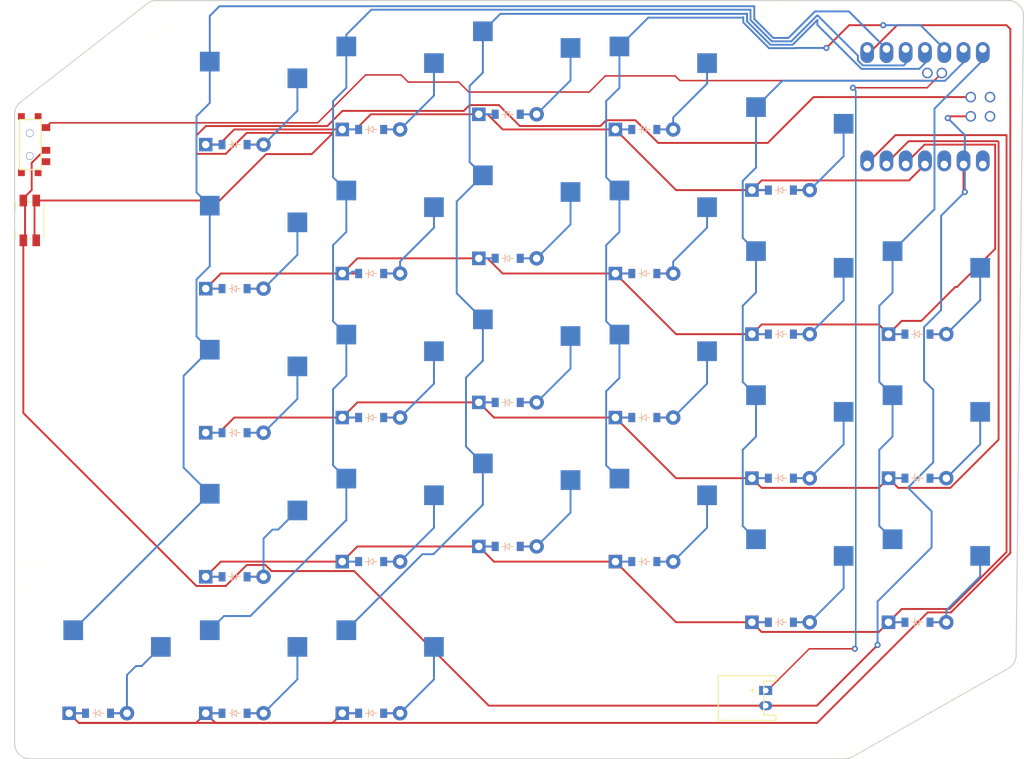
<source format=kicad_pcb>
(kicad_pcb (version 20240108) (generator "pcbnew") (generator_version "8.0")
  (title_block (title "right") (rev "v1.0.0") (company "Unknown"))
  (layers (0 "F.Cu" signal) (31 "B.Cu" signal) (34 "B.Paste" user) (35 "F.Paste" user) (36 "B.SilkS" user "B.Silkscreen") (37 "F.SilkS" user "F.Silkscreen") (38 "B.Mask" user) (39 "F.Mask" user) (44 "Edge.Cuts" user))
  (net 0 "")
  (net 1 "P0")
  (net 2 "mirror_outer_bottom")
  (net 3 "mirror_outer_middle")
  (net 4 "mirror_outer_top")
  (net 5 "P1")
  (net 6 "mirror_pinky_bottom")
  (net 7 "mirror_pinky_middle")
  (net 8 "mirror_pinky_top")
  (net 9 "mirror_pinky_num")
  (net 10 "P2")
  (net 11 "mirror_ring_bottom")
  (net 12 "mirror_ring_middle")
  (net 13 "mirror_ring_top")
  (net 14 "mirror_ring_num")
  (net 15 "P3")
  (net 16 "mirror_middle_bottom")
  (net 17 "mirror_middle_middle")
  (net 18 "mirror_middle_top")
  (net 19 "mirror_middle_num")
  (net 20 "P4")
  (net 21 "mirror_index_bottom")
  (net 22 "mirror_index_middle")
  (net 23 "mirror_index_top")
  (net 24 "mirror_index_num")
  (net 25 "P5")
  (net 26 "mirror_inner_bottom")
  (net 27 "mirror_inner_middle")
  (net 28 "mirror_inner_top")
  (net 29 "mirror_inner_num")
  (net 30 "mirror_inner_cluster")
  (net 31 "mirror_middle_cluster")
  (net 32 "mirror_outer_cluster")
  (net 33 "P7")
  (net 34 "P8")
  (net 35 "P9")
  (net 36 "P10")
  (net 37 "P6")
  (net 38 "VCC5")
  (net 39 "GND")
  (net 40 "VCC3")
  (net 41 "RST")
  (net 42 "BAT+")
  (net 43 "BAT-")
  (net 44 "CLK")
  (net 45 "DIO")
  (footprint "E73:SPDT_C128955" (layer "F.Cu") (at 253 92 90)
    (property "Reference" "T1" (hide yes))
    (property "Value" "" (hide yes))
  )
  (footprint "PG1350" (layer "F.Cu") (at 334 142)
    (property "Reference" "S8" (hide yes))
    (property "Value" "" (hide yes))
  )
  (footprint "PG1350" (layer "F.Cu") (at 334 123)
    (property "Reference" "S9" (hide yes))
    (property "Value" "" (hide yes))
  )
  (footprint "PG1350" (layer "F.Cu") (at 316 102)
    (property "Reference" "S14" (hide yes))
    (property "Value" "" (hide yes))
  )
  (footprint "ComboDiode" (layer "F.Cu") (at 370 136)
    (property "Reference" "D2" (hide yes))
    (property "Value" "" (hide yes))
  )
  (footprint "PG1350" (layer "F.Cu") (at 370 131)
    (property "Reference" "S2" (hide yes))
    (property "Value" "" (hide yes))
  )
  (footprint "PG1350" (layer "F.Cu") (at 334 85)
    (property "Reference" "S11" (hide yes))
    (property "Value" "" (hide yes))
  )
  (footprint "ComboDiode" (layer "F.Cu") (at 352 155)
    (property "Reference" "D4" (hide yes))
    (property "Value" "" (hide yes))
  )
  (footprint "ComboDiode" (layer "F.Cu") (at 352 98)
    (property "Reference" "D7" (hide yes))
    (property "Value" "" (hide yes))
  )
  (footprint "JST_PH_S2B-PH-K_02x2.00mm_Angled" (layer "F.Cu") (at 350 165 -90)
    (property "Reference" "JST1" (hide yes))
    (property "Value" "" (hide yes))
  )
  (footprint "ComboDiode" (layer "F.Cu") (at 334 90)
    (property "Reference" "D11" (hide yes))
    (property "Value" "" (hide yes))
  )
  (footprint "ComboDiode" (layer "F.Cu") (at 280 130)
    (property "Reference" "D21" (hide yes))
    (property "Value" "" (hide yes))
  )
  (footprint "PG1350" (layer "F.Cu") (at 262 162)
    (property "Reference" "S26" (hide yes))
    (property "Value" "" (hide yes))
  )
  (footprint "ComboDiode" (layer "F.Cu") (at 280 111)
    (property "Reference" "D22" (hide yes))
    (property "Value" "" (hide yes))
  )
  (footprint "PG1350" (layer "F.Cu") (at 352 131)
    (property "Reference" "S5" (hide yes))
    (property "Value" "" (hide yes))
  )
  (footprint "ComboDiode" (layer "F.Cu") (at 298 147)
    (property "Reference" "D16" (hide yes))
    (property "Value" "" (hide yes))
  )
  (footprint "ComboDiode" (layer "F.Cu") (at 298 90)
    (property "Reference" "D19" (hide yes))
    (property "Value" "" (hide yes))
  )
  (footprint "PG1350" (layer "F.Cu") (at 316 83)
    (property "Reference" "S15" (hide yes))
    (property "Value" "" (hide yes))
  )
  (footprint "PG1350" (layer "F.Cu") (at 334 104)
    (property "Reference" "S10" (hide yes))
    (property "Value" "" (hide yes))
  )
  (footprint "ComboDiode" (layer "F.Cu") (at 298 128)
    (property "Reference" "D17" (hide yes))
    (property "Value" "" (hide yes))
  )
  (footprint "ComboDiode" (layer "F.Cu") (at 352 136)
    (property "Reference" "D5" (hide yes))
    (property "Value" "" (hide yes))
  )
  (footprint "PG1350" (layer "F.Cu") (at 298 162)
    (property "Reference" "S24" (hide yes))
    (property "Value" "" (hide yes))
  )
  (footprint "ComboDiode" (layer "F.Cu") (at 280 149)
    (property "Reference" "D20" (hide yes))
    (property "Value" "" (hide yes))
  )
  (footprint "ComboDiode" (layer "F.Cu") (at 298 167)
    (property "Reference" "D24" (hide yes))
    (property "Value" "" (hide yes))
  )
  (footprint "ComboDiode" (layer "F.Cu") (at 280 92)
    (property "Reference" "D23" (hide yes))
    (property "Value" "" (hide yes))
  )
  (footprint "PG1350" (layer "F.Cu") (at 298 123)
    (property "Reference" "S17" (hide yes))
    (property "Value" "" (hide yes))
  )
  (footprint "PG1350" (layer "F.Cu") (at 316 121)
    (property "Reference" "S13" (hide yes))
    (property "Value" "" (hide yes))
  )
  (footprint "ComboDiode" (layer "F.Cu") (at 262 167)
    (property "Reference" "D26" (hide yes))
    (property "Value" "" (hide yes))
  )
  (footprint "PG1350" (layer "F.Cu") (at 280 87)
    (property "Reference" "S23" (hide yes))
    (property "Value" "" (hide yes))
  )
  (footprint "PG1350" (layer "F.Cu") (at 352 93)
    (property "Reference" "S7" (hide yes))
    (property "Value" "" (hide yes))
  )
  (footprint "ComboDiode" (layer "F.Cu") (at 280 167)
    (property "Reference" "D25" (hide yes))
    (property "Value" "" (hide yes))
  )
  (footprint "PG1350" (layer "F.Cu") (at 298 104)
    (property "Reference" "S18" (hide yes))
    (property "Value" "" (hide yes))
  )
  (footprint "HOLE_M2_TH" (layer "F.Cu") (at 360 170.5)
    (property "Reference" "")
    (property "Value" "")
  )
  (footprint "PG1350" (layer "F.Cu") (at 280 162)
    (property "Reference" "S25" (hide yes))
    (property "Value" "" (hide yes))
  )
  (footprint "PG1350" (layer "F.Cu") (at 370 112)
    (property "Reference" "S3" (hide yes))
    (property "Value" "" (hide yes))
  )
  (footprint "xiao-ble" (layer "F.Cu") (at 371 87 -90)
    (property "Reference" "MCU1" (hide yes))
    (property "Value" "" (hide yes))
  )
  (footprint "PG1350" (layer "F.Cu") (at 280 106)
    (property "Reference" "S22" (hide yes))
    (property "Value" "" (hide yes))
  )
  (footprint "PG1350" (layer "F.Cu") (at 280 125)
    (property "Reference" "S21" (hide yes))
    (property "Value" "" (hide yes))
  )
  (footprint "ComboDiode" (layer "F.Cu") (at 370 117)
    (property "Reference" "D3" (hide yes))
    (property "Value" "" (hide yes))
  )
  (footprint "HOLE_M2_TH" (layer "F.Cu") (at 253.5 149)
    (property "Reference" "")
    (property "Value" "")
  )
  (footprint "PG1350" (layer "F.Cu") (at 298 142)
    (property "Reference" "S16" (hide yes))
    (property "Value" "" (hide yes))
  )
  (footprint "ComboDiode" (layer "F.Cu") (at 334 109)
    (property "Reference" "D10" (hide yes))
    (property "Value" "" (hide yes))
  )
  (footprint "ComboDiode" (layer "F.Cu") (at 334 147)
    (property "Reference" "D8" (hide yes))
    (property "Value" "" (hide yes))
  )
  (footprint "PG1350" (layer "F.Cu") (at 316 140)
    (property "Reference" "S12" (hide yes))
    (property "Value" "" (hide yes))
  )
  (footprint "PG1350" (layer "F.Cu") (at 298 85)
    (property "Reference" "S19" (hide yes))
    (property "Value" "" (hide yes))
  )
  (footprint "ComboDiode" (layer "F.Cu") (at 316 126)
    (property "Reference" "D13" (hide yes))
    (property "Value" "" (hide yes))
  )
  (footprint "ComboDiode" (layer "F.Cu") (at 334 128)
    (property "Reference" "D9" (hide yes))
    (property "Value" "" (hide yes))
  )
  (footprint "ComboDiode" (layer "F.Cu") (at 370 155)
    (property "Reference" "D1" (hide yes))
    (property "Value" "" (hide yes))
  )
  (footprint "PG1350" (layer "F.Cu") (at 280 144)
    (property "Reference" "S20" (hide yes))
    (property "Value" "" (hide yes))
  )
  (footprint "ComboDiode" (layer "F.Cu") (at 316 88)
    (property "Reference" "D15" (hide yes))
    (property "Value" "" (hide yes))
  )
  (footprint "ComboDiode" (layer "F.Cu") (at 316 145)
    (property "Reference" "D12" (hide yes))
    (property "Value" "" (hide yes))
  )
  (footprint "PG1350" (layer "F.Cu") (at 352 150)
    (property "Reference" "S4" (hide yes))
    (property "Value" "" (hide yes))
  )
  (footprint "PG1350" (layer "F.Cu") (at 352 112)
    (property "Reference" "S6" (hide yes))
    (property "Value" "" (hide yes))
  )
  (footprint "ComboDiode" (layer "F.Cu") (at 298 109)
    (property "Reference" "D18" (hide yes))
    (property "Value" "" (hide yes))
  )
  (footprint "Panasonic_EVQPUL_EVQPUC" (layer "F.Cu") (at 253 102 90)
    (property "Reference" "B1" (hide yes))
    (property "Value" "Panasonic_EVQPUL_EVQPUC" (hide yes))
  )
  (footprint "PG1350" (layer "F.Cu") (at 370 150)
    (property "Reference" "S1" (hide yes))
    (property "Value" "" (hide yes))
  )
  (footprint "HOLE_M2_TH" (layer "F.Cu") (at 270 75.5)
    (property "Reference" "")
    (property "Value" "")
  )
  (footprint "ComboDiode" (layer "F.Cu") (at 352 117)
    (property "Reference" "D6" (hide yes))
    (property "Value" "" (hide yes))
  )
  (footprint "ComboDiode" (layer "F.Cu") (at 316 107)
    (property "Reference" "D14" (hide yes))
    (property "Value" "" (hide yes))
  )
  (footprint "HOLE_M2_TH" (layer "F.Cu") (at 352 75.5)
    (property "Reference" "")
    (property "Value" "")
  )
  (gr_arc (start 268.458334 73.421296) (mid 269.037142 73.108254) (end 269.686215 73) (stroke (width 0.15)) (layer "Edge.Cuts"))
  (gr_arc (start 253 173) (mid 251.585786 172.414214) (end 251 171) (stroke (width 0.15)) (layer "Edge.Cuts"))
  (gr_line (start 268.458334 73.421296) (end 251.772119 86.399463) (stroke (width 0.15)) (layer "Edge.Cuts"))
  (gr_arc (start 381.977012 72.999999) (mid 383.399284 73.59389) (end 383.976882 75.022856) (stroke (width 0.15)) (layer "Edge.Cuts"))
  (gr_line (start 269.686215 73) (end 381.977012 73) (stroke (width 0.15)) (layer "Edge.Cuts"))
  (gr_line (start 251 87.978168) (end 251 171) (stroke (width 0.15)) (layer "Edge.Cuts"))
  (gr_arc (start 383.013126 159.351399) (mid 382.736069 160.344377) (end 382.001276 161.067457) (stroke (width 0.15)) (layer "Edge.Cuts"))
  (gr_arc (start 251 87.978167) (mid 251.20337 87.099464) (end 251.772119 86.399463) (stroke (width 0.15)) (layer "Edge.Cuts"))
  (gr_line (start 253 173) (end 360.471494 173) (stroke (width 0.15)) (layer "Edge.Cuts"))
  (gr_line (start 361.459513 172.738913) (end 382.001276 161.067457) (stroke (width 0.15)) (layer "Edge.Cuts"))
  (gr_arc (start 361.459513 172.738913) (mid 360.982461 172.933627) (end 360.471494 173) (stroke (width 0.15)) (layer "Edge.Cuts"))
  (gr_line (start 383.013127 159.351399) (end 383.976882 75.022856) (stroke (width 0.15)) (layer "Edge.Cuts"))
  (segment (start 364.976 142.301) (end 366.725 144.05) (width 0.25) (layer "B.Cu") (net 1))
  (segment (start 364.976 113.257684) (end 364.976 123.301) (width 0.25) (layer "B.Cu") (net 1))
  (segment (start 372.25 87.25) (end 378.62 80.88) (width 0.25) (layer "B.Cu") (net 1))
  (segment (start 366.725 130.508684) (end 364.976 132.257684) (width 0.25) (layer "B.Cu") (net 1))
  (segment (start 378.62 80.88) (end 378.62 79.38) (width 0.25) (layer "B.Cu") (net 1))
  (segment (start 364.976 132.257684) (end 364.976 142.301) (width 0.25) (layer "B.Cu") (net 1))
  (segment (start 366.725 106.05) (end 366.725 111.508684) (width 0.25) (layer "B.Cu") (net 1))
  (segment (start 366.725 106.05) (end 372.25 100.525) (width 0.25) (layer "B.Cu") (net 1))
  (segment (start 366.725 111.508684) (end 364.976 113.257684) (width 0.25) (layer "B.Cu") (net 1))
  (segment (start 366.725 125.05) (end 366.725 130.508684) (width 0.25) (layer "B.Cu") (net 1))
  (segment (start 372.25 100.525) (end 372.25 87.25) (width 0.25) (layer "B.Cu") (net 1))
  (segment (start 364.976 123.301) (end 366.725 125.05) (width 0.25) (layer "B.Cu") (net 1))
  (segment (start 371.65 155) (end 373.81 155) (width 0.25) (layer "F.Cu") (net 2))
  (segment (start 373.81 155) (end 371.65 155) (width 0.25) (layer "B.Cu") (net 2))
  (segment (start 373.81 153.423684) (end 373.81 155) (width 0.25) (layer "B.Cu") (net 2))
  (segment (start 378.275 148.958684) (end 373.81 153.423684) (width 0.25) (layer "B.Cu") (net 2))
  (segment (start 378.275 146.25) (end 378.275 148.958684) (width 0.25) (layer "B.Cu") (net 2))
  (segment (start 371.65 136) (end 373.81 136) (width 0.25) (layer "F.Cu") (net 3))
  (segment (start 378.275 127.25) (end 378.275 131.535) (width 0.25) (layer "B.Cu") (net 3))
  (segment (start 371.65 136) (end 373.81 136) (width 0.25) (layer "B.Cu") (net 3))
  (segment (start 378.275 131.535) (end 373.81 136) (width 0.25) (layer "B.Cu") (net 3))
  (segment (start 371.65 117) (end 373.81 117) (width 0.25) (layer "F.Cu") (net 4))
  (segment (start 378.275 108.25) (end 378.275 112.535) (width 0.25) (layer "B.Cu") (net 4))
  (segment (start 371.65 117) (end 373.81 117) (width 0.25) (layer "B.Cu") (net 4))
  (segment (start 378.275 112.535) (end 373.81 117) (width 0.25) (layer "B.Cu") (net 4))
  (segment (start 348.725 106.05) (end 348.725 111.508684) (width 0.25) (layer "B.Cu") (net 5))
  (segment (start 376.08 81.144448) (end 376.08 79.38) (width 0.25) (layer "B.Cu") (net 5))
  (segment (start 346.976 113.257684) (end 346.976 123.301) (width 0.25) (layer "B.Cu") (net 5))
  (segment (start 346.976 96.786) (end 346.976 104.301) (width 0.25) (layer "B.Cu") (net 5))
  (segment (start 348.725 87.05) (end 348.725 95.037) (width 0.25) (layer "B.Cu") (net 5))
  (segment (start 346.976 142.301) (end 348.725 144.05) (width 0.25) (layer "B.Cu") (net 5))
  (segment (start 352.1965 83.5785) (end 373.645948 83.5785) (width 0.25) (layer "B.Cu") (net 5))
  (segment (start 348.725 95.037) (end 346.976 96.786) (width 0.25) (layer "B.Cu") (net 5))
  (segment (start 348.725 130.508684) (end 346.976 132.257684) (width 0.25) (layer "B.Cu") (net 5))
  (segment (start 348.725 111.508684) (end 346.976 113.257684) (width 0.25) (layer "B.Cu") (net 5))
  (segment (start 346.976 123.301) (end 348.725 125.05) (width 0.25) (layer "B.Cu") (net 5))
  (segment (start 348.725 125.05) (end 348.725 130.508684) (width 0.25) (layer "B.Cu") (net 5))
  (segment (start 348.725 87.05) (end 352.1965 83.5785) (width 0.25) (layer "B.Cu") (net 5))
  (segment (start 373.645948 83.5785) (end 376.08 81.144448) (width 0.25) (layer "B.Cu") (net 5))
  (segment (start 346.976 132.257684) (end 346.976 142.301) (width 0.25) (layer "B.Cu") (net 5))
  (segment (start 346.976 104.301) (end 348.725 106.05) (width 0.25) (layer "B.Cu") (net 5))
  (segment (start 353.65 155) (end 355.81 155) (width 0.25) (layer "F.Cu") (net 6))
  (segment (start 360.275 150.535) (end 355.81 155) (width 0.25) (layer "B.Cu") (net 6))
  (segment (start 353.65 155) (end 355.81 155) (width 0.25) (layer "B.Cu") (net 6))
  (segment (start 360.275 146.25) (end 360.275 150.535) (width 0.25) (layer "B.Cu") (net 6))
  (segment (start 353.65 136) (end 355.81 136) (width 0.25) (layer "F.Cu") (net 7))
  (segment (start 360.275 131.535) (end 355.81 136) (width 0.25) (layer "B.Cu") (net 7))
  (segment (start 355.81 136) (end 353.65 136) (width 0.25) (layer "B.Cu") (net 7))
  (segment (start 360.275 127.25) (end 360.275 131.535) (width 0.25) (layer "B.Cu") (net 7))
  (segment (start 353.65 117) (end 355.81 117) (width 0.25) (layer "F.Cu") (net 8))
  (segment (start 360.275 108.25) (end 360.275 112.535) (width 0.25) (layer "B.Cu") (net 8))
  (segment (start 360.275 112.535) (end 355.81 117) (width 0.25) (layer "B.Cu") (net 8))
  (segment (start 353.65 117) (end 355.81 117) (width 0.25) (layer "B.Cu") (net 8))
  (segment (start 353.65 98) (end 355.81 98) (width 0.25) (layer "F.Cu") (net 9))
  (segment (start 360.275 89.25) (end 360.275 93.535) (width 0.25) (layer "B.Cu") (net 9))
  (segment (start 360.275 93.535) (end 355.81 98) (width 0.25) (layer "B.Cu") (net 9))
  (segment (start 353.65 98) (end 355.81 98) (width 0.25) (layer "B.Cu") (net 9))
  (segment (start 361 76.25) (end 365.5 76.25) (width 0.25) (layer "F.Cu") (net 10))
  (segment (start 358 79.25) (end 361 76.25) (width 0.25) (layer "F.Cu") (net 10))
  (via (at 358 79.25) (size 0.8) (drill 0.4) (layers "F.Cu" "B.Cu") (net 10))
  (via (at 365.5 76.25) (size 0.8) (drill 0.4) (layers "F.Cu" "B.Cu") (net 10))
  (segment (start 328.976 134.301) (end 330.725 136.05) (width 0.25) (layer "B.Cu") (net 10))
  (segment (start 330.725 84.508684) (end 328.976 86.257684) (width 0.25) (layer "B.Cu") (net 10))
  (segment (start 350.436344 79.275) (end 353.975 79.275) (width 0.25) (layer "B.Cu") (net 10))
  (segment (start 330.725 103.508684) (end 328.976 105.257684) (width 0.25) (layer "B.Cu") (net 10))
  (segment (start 358 79.25) (end 358.25 79.25) (width 0.25) (layer "B.Cu") (net 10))
  (segment (start 328.976 86.257684) (end 328.976 96.301) (width 0.25) (layer "B.Cu") (net 10))
  (segment (start 328.976 124.524) (end 328.976 134.301) (width 0.25) (layer "B.Cu") (net 10))
  (segment (start 330.725 117.05) (end 330.725 122.775) (width 0.25) (layer "B.Cu") (net 10))
  (segment (start 347.05 75.888656) (end 350.436344 79.275) (width 0.25) (layer "B.Cu") (net 10))
  (segment (start 334.525 75.25) (end 347 75.25) (width 0.25) (layer "B.Cu") (net 10))
  (segment (start 328.976 115.301) (end 330.725 117.05) (width 0.25) (layer "B.Cu") (net 10))
  (segment (start 347.05 75.2) (end 347.05 75.888656) (width 0.25) (layer "B.Cu") (net 10))
  (segment (start 353.975 79.275) (end 354 79.25) (width 0.25) (layer "B.Cu") (net 10))
  (segment (start 328.976 96.301) (end 330.725 98.05) (width 0.25) (layer "B.Cu") (net 10))
  (segment (start 330.725 79.05) (end 330.725 84.508684) (width 0.25) (layer "B.Cu") (net 10))
  (segment (start 328.976 105.257684) (end 328.976 115.301) (width 0.25) (layer "B.Cu") (net 10))
  (segment (start 370.41 76.25) (end 365.5 76.25) (width 0.25) (layer "B.Cu") (net 10))
  (segment (start 330.725 79.05) (end 334.525 75.25) (width 0.25) (layer "B.Cu") (net 10))
  (segment (start 330.725 122.775) (end 328.976 124.524) (width 0.25) (layer "B.Cu") (net 10))
  (segment (start 347 75.25) (end 347.05 75.2) (width 0.25) (layer "B.Cu") (net 10))
  (segment (start 330.725 98.05) (end 330.725 103.508684) (width 0.25) (layer "B.Cu") (net 10))
  (segment (start 354 79.25) (end 358 79.25) (width 0.25) (layer "B.Cu") (net 10))
  (segment (start 373.54 79.38) (end 370.41 76.25) (width 0.25) (layer "B.Cu") (net 10))
  (segment (start 335.65 147) (end 337.81 147) (width 0.25) (layer "F.Cu") (net 11))
  (segment (start 342.275 138.25) (end 342.275 142.535) (width 0.25) (layer "B.Cu") (net 11))
  (segment (start 342.275 142.535) (end 337.81 147) (width 0.25) (layer "B.Cu") (net 11))
  (segment (start 335.65 147) (end 337.81 147) (width 0.25) (layer "B.Cu") (net 11))
  (segment (start 335.65 128) (end 337.81 128) (width 0.25) (layer "F.Cu") (net 12))
  (segment (start 342.275 123.535) (end 337.81 128) (width 0.25) (layer "B.Cu") (net 12))
  (segment (start 335.65 128) (end 337.81 128) (width 0.25) (layer "B.Cu") (net 12))
  (segment (start 342.275 119.25) (end 342.275 123.535) (width 0.25) (layer "B.Cu") (net 12))
  (segment (start 335.65 109) (end 337.81 109) (width 0.25) (layer "F.Cu") (net 13))
  (segment (start 335.65 109) (end 337.81 109) (width 0.25) (layer "B.Cu") (net 13))
  (segment (start 342.275 100.25) (end 342.275 102.958684) (width 0.25) (layer "B.Cu") (net 13))
  (segment (start 337.81 107.423684) (end 337.81 109) (width 0.25) (layer "B.Cu") (net 13))
  (segment (start 342.275 102.958684) (end 337.81 107.423684) (width 0.25) (layer "B.Cu") (net 13))
  (segment (start 335.65 90) (end 337.81 90) (width 0.25) (layer "F.Cu") (net 14))
  (segment (start 342.275 81.25) (end 342.275 83.958684) (width 0.25) (layer "B.Cu") (net 14))
  (segment (start 337.81 88.423684) (end 337.81 90) (width 0.25) (layer "B.Cu") (net 14))
  (segment (start 342.275 83.958684) (end 337.81 88.423684) (width 0.25) (layer "B.Cu") (net 14))
  (segment (start 335.65 90) (end 337.81 90) (width 0.25) (layer "B.Cu") (net 14))
  (segment (start 350.62274 78.825) (end 353.561396 78.825) (width 0.25) (layer "B.Cu") (net 15))
  (segment (start 356.818198 75.568198) (end 356.818198 76.204594) (width 0.25) (layer "B.Cu") (net 15))
  (segment (start 310.976 84.257684) (end 310.976 94.301) (width 0.25) (layer "B.Cu") (net 15))
  (segment (start 312.725 120.508684) (end 312.725 115.05) (width 0.25) (layer "B.Cu") (net 15))
  (segment (start 312.725 77.05) (end 312.725 82.508684) (width 0.25) (layer "B.Cu") (net 15))
  (segment (start 312.725 115.05) (end 309.2741 111.5991) (width 0.25) (layer "B.Cu") (net 15))
  (segment (start 353.561396 78.825) (end 356.818198 75.568198) (width 0.25) (layer "B.Cu") (net 15))
  (segment (start 294.725 156.05) (end 304.75 146.025) (width 0.25) (layer "B.Cu") (net 15))
  (segment (start 310.976 94.301) (end 312.725 96.05) (width 0.25) (layer "B.Cu") (net 15))
  (segment (start 315.025 74.75) (end 347.55 74.75) (width 0.25) (layer "B.Cu") (net 15))
  (segment (start 310.5 122.733684) (end 312.725 120.508684) (width 0.25) (layer "B.Cu") (net 15))
  (segment (start 312.725 77.05) (end 315.025 74.75) (width 0.25) (layer "B.Cu") (net 15))
  (segment (start 304.75 146.025) (end 306.208684 146.025) (width 0.25) (layer "B.Cu") (net 15))
  (segment (start 306.208684 146.025) (end 312.725 139.508684) (width 0.25) (layer "B.Cu") (net 15))
  (segment (start 312.725 139.508684) (end 312.725 134.05) (width 0.25) (layer "B.Cu") (net 15))
  (segment (start 309.2741 99.5009) (end 312.725 96.05) (width 0.25) (layer "B.Cu") (net 15))
  (segment (start 347.55 75.75226) (end 350.62274 78.825) (width 0.25) (layer "B.Cu") (net 15))
  (segment (start 309.2741 111.5991) (end 309.2741 99.5009) (width 0.25) (layer "B.Cu") (net 15))
  (segment (start 312.725 134.05) (end 310.5 131.825) (width 0.25) (layer "B.Cu") (net 15))
  (segment (start 362.618604 82.005) (end 370.245 82.005) (width 0.25) (layer "B.Cu") (net 15))
  (segment (start 310.5 131.825) (end 310.5 122.733684) (width 0.25) (layer "B.Cu") (net 15))
  (segment (start 347.55 74.75) (end 347.55 75.75226) (width 0.25) (layer "B.Cu") (net 15))
  (segment (start 370.245 82.005) (end 371 81.25) (width 0.25) (layer "B.Cu") (net 15))
  (segment (start 371 81.25) (end 371 79.38) (width 0.25) (layer "B.Cu") (net 15))
  (segment (start 312.725 82.508684) (end 310.976 84.257684) (width 0.25) (layer "B.Cu") (net 15))
  (segment (start 356.818198 76.204594) (end 362.618604 82.005) (width 0.25) (layer "B.Cu") (net 15))
  (segment (start 317.65 145) (end 319.81 145) (width 0.25) (layer "F.Cu") (net 16))
  (segment (start 324.275 140.535) (end 319.81 145) (width 0.25) (layer "B.Cu") (net 16))
  (segment (start 324.275 136.25) (end 324.275 140.535) (width 0.25) (layer "B.Cu") (net 16))
  (segment (start 317.65 145) (end 319.81 145) (width 0.25) (layer "B.Cu") (net 16))
  (segment (start 317.65 126) (end 319.81 126) (width 0.25) (layer "F.Cu") (net 17))
  (segment (start 324.275 117.25) (end 324.275 121.535) (width 0.25) (layer "B.Cu") (net 17))
  (segment (start 317.65 126) (end 319.81 126) (width 0.25) (layer "B.Cu") (net 17))
  (segment (start 324.275 121.535) (end 319.81 126) (width 0.25) (layer "B.Cu") (net 17))
  (segment (start 317.65 107) (end 319.81 107) (width 0.25) (layer "F.Cu") (net 18))
  (segment (start 324.275 102.535) (end 319.81 107) (width 0.25) (layer "B.Cu") (net 18))
  (segment (start 324.275 98.25) (end 324.275 102.535) (width 0.25) (layer "B.Cu") (net 18))
  (segment (start 317.65 107) (end 319.81 107) (width 0.25) (layer "B.Cu") (net 18))
  (segment (start 317.65 88) (end 319.81 88) (width 0.25) (layer "F.Cu") (net 19))
  (segment (start 319.81 88) (end 324.275 83.535) (width 0.25) (layer "B.Cu") (net 19))
  (segment (start 317.65 88) (end 319.81 88) (width 0.25) (layer "B.Cu") (net 19))
  (segment (start 324.275 83.535) (end 324.275 79.25) (width 0.25) (layer "B.Cu") (net 19))
  (segment (start 294.725 103.508684) (end 292.976 105.257684) (width 0.25) (layer "B.Cu") (net 20))
  (segment (start 298.025 74.2) (end 348 74.2) (width 0.25) (layer "B.Cu") (net 20))
  (segment (start 348 74.2) (end 348 75.565864) (width 0.25) (layer "B.Cu") (net 20))
  (segment (start 356.75 75) (end 356.886396 75) (width 0.25) (layer "B.Cu") (net 20))
  (segment (start 356.886396 75) (end 362.155 80.268604) (width 0.25) (layer "B.Cu") (net 20))
  (segment (start 368.195 81.555) (end 368.46 81.29) (width 0.25) (layer "B.Cu") (net 20))
  (segment (start 368.46 81.29) (end 368.46 79.38) (width 0.25) (layer "B.Cu") (net 20))
  (segment (start 278.6 154.175) (end 276.725 156.05) (width 0.25) (layer "B.Cu") (net 20))
  (segment (start 362.805 81.555) (end 368.195 81.555) (width 0.25) (layer "B.Cu") (net 20))
  (segment (start 294.725 79.05) (end 294.725 84.508684) (width 0.25) (layer "B.Cu") (net 20))
  (segment (start 348 75.565864) (end 350.809136 78.375) (width 0.25) (layer "B.Cu") (net 20))
  (segment (start 292.976 124.257684) (end 292.976 134.301) (width 0.25) (layer "B.Cu") (net 20))
  (segment (start 294.725 141.525) (end 282.075 154.175) (width 0.25) (layer "B.Cu") (net 20))
  (segment (start 294.725 136.05) (end 294.725 141.525) (width 0.25) (layer "B.Cu") (net 20))
  (segment (start 282.075 154.175) (end 278.6 154.175) (width 0.25) (layer "B.Cu") (net 20))
  (segment (start 294.725 84.508684) (end 292.976 86.257684) (width 0.25) (layer "B.Cu") (net 20))
  (segment (start 294.725 98.05) (end 294.725 103.508684) (width 0.25) (layer "B.Cu") (net 20))
  (segment (start 350.809136 78.375) (end 353.375 78.375) (width 0.25) (layer "B.Cu") (net 20))
  (segment (start 362.155 80.268604) (end 362.155 80.905) (width 0.25) (layer "B.Cu") (net 20))
  (segment (start 353.375 78.375) (end 356.75 75) (width 0.25) (layer "B.Cu") (net 20))
  (segment (start 292.976 96.301) (end 294.725 98.05) (width 0.25) (layer "B.Cu") (net 20))
  (segment (start 294.725 122.508684) (end 292.976 124.257684) (width 0.25) (layer "B.Cu") (net 20))
  (segment (start 292.976 86.257684) (end 292.976 96.301) (width 0.25) (layer "B.Cu") (net 20))
  (segment (start 292.976 134.301) (end 294.725 136.05) (width 0.25) (layer "B.Cu") (net 20))
  (segment (start 294.725 117.05) (end 294.725 122.508684) (width 0.25) (layer "B.Cu") (net 20))
  (segment (start 362.155 80.905) (end 362.805 81.555) (width 0.25) (layer "B.Cu") (net 20))
  (segment (start 294.725 79.05) (end 294.725 77.5) (width 0.25) (layer "B.Cu") (net 20))
  (segment (start 292.976 105.257684) (end 292.976 115.301) (width 0.25) (layer "B.Cu") (net 20))
  (segment (start 292.976 115.301) (end 294.725 117.05) (width 0.25) (layer "B.Cu") (net 20))
  (segment (start 294.725 77.5) (end 298.025 74.2) (width 0.25) (layer "B.Cu") (net 20))
  (segment (start 299.65 147) (end 301.81 147) (width 0.25) (layer "F.Cu") (net 21))
  (segment (start 299.65 147) (end 301.81 147) (width 0.25) (layer "B.Cu") (net 21))
  (segment (start 306.275 142.535) (end 301.81 147) (width 0.25) (layer "B.Cu") (net 21))
  (segment (start 306.275 138.25) (end 306.275 142.535) (width 0.25) (layer "B.Cu") (net 21))
  (segment (start 299.65 128) (end 301.81 128) (width 0.25) (layer "F.Cu") (net 22))
  (segment (start 306.275 123.535) (end 301.81 128) (width 0.25) (layer "B.Cu") (net 22))
  (segment (start 299.65 128) (end 301.81 128) (width 0.25) (layer "B.Cu") (net 22))
  (segment (start 306.275 119.25) (end 306.275 123.535) (width 0.25) (layer "B.Cu") (net 22))
  (segment (start 299.65 109) (end 301.81 109) (width 0.25) (layer "F.Cu") (net 23))
  (segment (start 306.275 102.958684) (end 301.81 107.423684) (width 0.25) (layer "B.Cu") (net 23))
  (segment (start 299.65 109) (end 301.81 109) (width 0.25) (layer "B.Cu") (net 23))
  (segment (start 306.275 100.25) (end 306.275 102.958684) (width 0.25) (layer "B.Cu") (net 23))
  (segment (start 301.81 107.423684) (end 301.81 109) (width 0.25) (layer "B.Cu") (net 23))
  (segment (start 299.65 90) (end 301.81 90) (width 0.25) (layer "F.Cu") (net 24))
  (segment (start 306.275 81.25) (end 306.275 85.535) (width 0.25) (layer "B.Cu") (net 24))
  (segment (start 306.275 85.535) (end 301.81 90) (width 0.25) (layer "B.Cu") (net 24))
  (segment (start 299.65 90) (end 301.81 90) (width 0.25) (layer "B.Cu") (net 24))
  (segment (start 276.725 75.025) (end 278 73.75) (width 0.25) (layer "B.Cu") (net 25))
  (segment (start 276.725 86.508684) (end 276.725 81.05) (width 0.25) (layer "B.Cu") (net 25))
  (segment (start 273.2741 122.5009) (end 276.725 119.05) (width 0.25) (layer "B.Cu") (net 25))
  (segment (start 276.725 81.05) (end 276.725 75.025) (width 0.25) (layer "B.Cu") (net 25))
  (segment (start 274.976 109.786) (end 276.725 108.037) (width 0.25) (layer "B.Cu") (net 25))
  (segment (start 276.725 138.05) (end 273.2741 134.5991) (width 0.25) (layer "B.Cu") (net 25))
  (segment (start 360.969468 74.429468) (end 365.92 79.38) (width 0.25) (layer "B.Cu") (net 25))
  (segment (start 274.976 88.257684) (end 276.725 86.508684) (width 0.25) (layer "B.Cu") (net 25))
  (segment (start 348.5 73.75) (end 348.5 75.429468) (width 0.25) (layer "B.Cu") (net 25))
  (segment (start 356.5 74.429468) (end 360.969468 74.429468) (width 0.25) (layer "B.Cu") (net 25))
  (segment (start 274.976 98.301) (end 274.976 88.257684) (width 0.25) (layer "B.Cu") (net 25))
  (segment (start 353.004468 77.925) (end 356.5 74.429468) (width 0.25) (layer "B.Cu") (net 25))
  (segment (start 350.995532 77.925) (end 353.004468 77.925) (width 0.25) (layer "B.Cu") (net 25))
  (segment (start 274.976 117.301) (end 274.976 109.786) (width 0.25) (layer "B.Cu") (net 25))
  (segment (start 278 73.75) (end 348.5 73.75) (width 0.25) (layer "B.Cu") (net 25))
  (segment (start 276.725 100.05) (end 274.976 98.301) (width 0.25) (layer "B.Cu") (net 25))
  (segment (start 348.5 75.429468) (end 350.995532 77.925) (width 0.25) (layer "B.Cu") (net 25))
  (segment (start 276.725 119.05) (end 274.976 117.301) (width 0.25) (layer "B.Cu") (net 25))
  (segment (start 276.725 108.037) (end 276.725 100.05) (width 0.25) (layer "B.Cu") (net 25))
  (segment (start 258.725 156.05) (end 276.725 138.05) (width 0.25) (layer "B.Cu") (net 25))
  (segment (start 273.2741 134.5991) (end 273.2741 122.5009) (width 0.25) (layer "B.Cu") (net 25))
  (segment (start 281.65 149) (end 283.81 149) (width 0.25) (layer "F.Cu") (net 26))
  (segment (start 281.65 149) (end 283.81 149) (width 0.25) (layer "B.Cu") (net 26))
  (segment (start 285.7509 142.7741) (end 284.992216 142.7741) (width 0.25) (layer "B.Cu") (net 26))
  (segment (start 283.81 143.956316) (end 283.81 149) (width 0.25) (layer "B.Cu") (net 26))
  (segment (start 284.992216 142.7741) (end 283.81 143.956316) (width 0.25) (layer "B.Cu") (net 26))
  (segment (start 288.275 140.25) (end 285.7509 142.7741) (width 0.25) (layer "B.Cu") (net 26))
  (segment (start 281.65 130) (end 283.81 130) (width 0.25) (layer "F.Cu") (net 27))
  (segment (start 288.275 121.25) (end 288.275 125.535) (width 0.25) (layer "B.Cu") (net 27))
  (segment (start 281.65 130) (end 283.81 130) (width 0.25) (layer "B.Cu") (net 27))
  (segment (start 288.275 125.535) (end 283.81 130) (width 0.25) (layer "B.Cu") (net 27))
  (segment (start 281.65 111) (end 283.81 111) (width 0.25) (layer "F.Cu") (net 28))
  (segment (start 288.275 106.535) (end 283.81 111) (width 0.25) (layer "B.Cu") (net 28))
  (segment (start 288.275 102.25) (end 288.275 106.535) (width 0.25) (layer "B.Cu") (net 28))
  (segment (start 281.65 111) (end 283.81 111) (width 0.25) (layer "B.Cu") (net 28))
  (segment (start 281.65 92) (end 283.81 92) (width 0.25) (layer "F.Cu") (net 29))
  (segment (start 288.275 87.535) (end 283.81 92) (width 0.25) (layer "B.Cu") (net 29))
  (segment (start 281.65 92) (end 283.81 92) (width 0.25) (layer "B.Cu") (net 29))
  (segment (start 288.275 83.25) (end 288.275 87.535) (width 0.25) (layer "B.Cu") (net 29))
  (segment (start 299.65 167) (end 301.81 167) (width 0.25) (layer "F.Cu") (net 30))
  (segment (start 306.275 162.535) (end 301.81 167) (width 0.25) (layer "B.Cu") (net 30))
  (segment (start 306.275 158.25) (end 306.275 162.535) (width 0.25) (layer "B.Cu") (net 30))
  (segment (start 299.65 167) (end 301.81 167) (width 0.25) (layer "B.Cu") (net 30))
  (segment (start 281.65 167) (end 283.81 167) (width 0.25) (layer "F.Cu") (net 31))
  (segment (start 288.275 162.535) (end 283.81 167) (width 0.25) (layer "B.Cu") (net 31))
  (segment (start 288.275 158.25) (end 288.275 162.535) (width 0.25) (layer "B.Cu") (net 31))
  (segment (start 281.65 167) (end 283.81 167) (width 0.25) (layer "B.Cu") (net 31))
  (segment (start 263.65 167) (end 265.81 167) (width 0.25) (layer "F.Cu") (net 32))
  (segment (start 267.7509 160.7741) (end 266.992216 160.7741) (width 0.25) (layer "B.Cu") (net 32))
  (segment (start 270.275 158.25) (end 267.7509 160.7741) (width 0.25) (layer "B.Cu") (net 32))
  (segment (start 265.81 161.956316) (end 265.81 167) (width 0.25) (layer "B.Cu") (net 32))
  (segment (start 263.65 167) (end 265.81 167) (width 0.25) (layer "B.Cu") (net 32))
  (segment (start 266.992216 160.7741) (end 265.81 161.956316) (width 0.25) (layer "B.Cu") (net 32))
  (segment (start 367.94 153.25) (end 374.23265 153.25) (width 0.25) (layer "F.Cu") (net 33))
  (segment (start 312.19 145) (end 314.35 145) (width 0.25) (layer "F.Cu") (net 33))
  (segment (start 330.19 147) (end 332.35 147) (width 0.25) (layer "F.Cu") (net 33))
  (segment (start 366.19 155) (end 367.94 153.25) (width 0.25) (layer "F.Cu") (net 33))
  (segment (start 349.4675 156.2775) (end 364.9125 156.2775) (width 0.25) (layer "F.Cu") (net 33))
  (segment (start 338.19 155) (end 348.19 155) (width 0.25) (layer "F.Cu") (net 33))
  (segment (start 312.19 145) (end 314.19 147) (width 0.25) (layer "F.Cu") (net 33))
  (segment (start 367.107588 90.75) (end 363.38 94.477588) (width 0.25) (layer "F.Cu") (net 33))
  (segment (start 381.75 90.75) (end 367.107588 90.75) (width 0.25) (layer "F.Cu") (net 33))
  (segment (start 374.23265 153.25) (end 381.75 145.73265) (width 0.25) (layer "F.Cu") (net 33))
  (segment (start 381.75 145.73265) (end 381.75 90.75) (width 0.25) (layer "F.Cu") (net 33))
  (segment (start 294.19 147) (end 296.35 147) (width 0.25) (layer "F.Cu") (net 33))
  (segment (start 294.19 147) (end 296.19 145) (width 0.25) (layer "F.Cu") (net 33))
  (segment (start 276.19 149) (end 278.35 149) (width 0.25) (layer "F.Cu") (net 33))
  (segment (start 364.9125 156.2775) (end 366.19 155) (width 0.25) (layer "F.Cu") (net 33))
  (segment (start 276.19 149) (end 278.19 147) (width 0.25) (layer "F.Cu") (net 33))
  (segment (start 278.19 147) (end 294.19 147) (width 0.25) (layer "F.Cu") (net 33))
  (segment (start 366.19 155) (end 368.35 155) (width 0.25) (layer "F.Cu") (net 33))
  (segment (start 296.19 145) (end 312.19 145) (width 0.25) (layer "F.Cu") (net 33))
  (segment (start 363.38 94.477588) (end 363.38 94.62) (width 0.25) (layer "F.Cu") (net 33))
  (segment (start 330.19 147) (end 338.19 155) (width 0.25) (layer "F.Cu") (net 33))
  (segment (start 314.19 147) (end 330.19 147) (width 0.25) (layer "F.Cu") (net 33))
  (segment (start 348.19 155) (end 350.35 155) (width 0.25) (layer "F.Cu") (net 33))
  (segment (start 348.19 155) (end 349.4675 156.2775) (width 0.25) (layer "F.Cu") (net 33))
  (segment (start 294.19 147) (end 296.35 147) (width 0.25) (layer "B.Cu") (net 33))
  (segment (start 366.19 155) (end 368.35 155) (width 0.25) (layer "B.Cu") (net 33))
  (segment (start 312.19 145) (end 314.35 145) (width 0.25) (layer "B.Cu") (net 33))
  (segment (start 332.35 147) (end 330.19 147) (width 0.25) (layer "B.Cu") (net 33))
  (segment (start 276.19 149) (end 278.35 149) (width 0.25) (layer "B.Cu") (net 33))
  (segment (start 348.19 155) (end 350.35 155) (width 0.25) (layer "B.Cu") (net 33))
  (segment (start 312.19 126) (end 314.35 126) (width 0.25) (layer "F.Cu") (net 34))
  (segment (start 365.92 94.477588) (end 368.847588 91.55) (width 0.25) (layer "F.Cu") (net 34))
  (segment (start 338.19 136) (end 348.19 136) (width 0.25) (layer "F.Cu") (net 34))
  (segment (start 276.19 130) (end 278.35 130) (width 0.25) (layer "F.Cu") (net 34))
  (segment (start 380.7 130.916658) (end 374.339158 137.2775) (width 0.25) (layer "F.Cu") (net 34))
  (segment (start 349.4675 137.2775) (end 348.19 136) (width 0.25) (layer "F.Cu") (net 34))
  (segment (start 380.6 91.55) (end 380.7 91.65) (width 0.25) (layer "F.Cu") (net 34))
  (segment (start 380.7 91.65) (end 380.7 130.916658) (width 0.25) (layer "F.Cu") (net 34))
  (segment (start 366.19 136) (end 364.9125 137.2775) (width 0.25) (layer "F.Cu") (net 34))
  (segment (start 368.847588 91.55) (end 380.6 91.55) (width 0.25) (layer "F.Cu") (net 34))
  (segment (start 312.19 126) (end 314.19 128) (width 0.25) (layer "F.Cu") (net 34))
  (segment (start 276.19 130) (end 277.954999 130) (width 0.25) (layer "F.Cu") (net 34))
  (segment (start 330.19 128) (end 338.19 136) (width 0.25) (layer "F.Cu") (net 34))
  (segment (start 330.19 128) (end 332.35 128) (width 0.25) (layer "F.Cu") (net 34))
  (segment (start 279.954999 128) (end 294.19 128) (width 0.25) (layer "F.Cu") (net 34))
  (segment (start 366.19 136) (end 368.35 136) (width 0.25) (layer "F.Cu") (net 34))
  (segment (start 374.339158 137.2775) (end 367.4675 137.2775) (width 0.25) (layer "F.Cu") (net 34))
  (segment (start 365.92 94.62) (end 365.92 94.477588) (width 0.25) (layer "F.Cu") (net 34))
  (segment (start 294.19 128) (end 296.35 128) (width 0.25) (layer "F.Cu") (net 34))
  (segment (start 277.954999 130) (end 279.954999 128) (width 0.25) (layer "F.Cu") (net 34))
  (segment (start 367.4675 137.2775) (end 366.19 136) (width 0.25) (layer "F.Cu") (net 34))
  (segment (start 312.19 126) (end 296.19 126) (width 0.25) (layer "F.Cu") (net 34))
  (segment (start 296.19 126) (end 294.19 128) (width 0.25) (layer "F.Cu") (net 34))
  (segment (start 348.19 136) (end 350.35 136) (width 0.25) (layer "F.Cu") (net 34))
  (segment (start 364.9125 137.2775) (end 349.4675 137.2775) (width 0.25) (layer "F.Cu") (net 34))
  (segment (start 314.19 128) (end 330.19 128) (width 0.25) (layer "F.Cu") (net 34))
  (segment (start 276.19 130) (end 278.35 130) (width 0.25) (layer "B.Cu") (net 34))
  (segment (start 348.19 136) (end 350.35 136) (width 0.25) (layer "B.Cu") (net 34))
  (segment (start 330.19 128) (end 332.35 128) (width 0.25) (layer "B.Cu") (net 34))
  (segment (start 366.19 136) (end 368.35 136) (width 0.25) (layer "B.Cu") (net 34))
  (segment (start 312.19 126) (end 314.35 126) (width 0.25) (layer "B.Cu") (net 34))
  (segment (start 294.19 128) (end 296.35 128) (width 0.25) (layer "B.Cu") (net 34))
  (segment (start 313.329 107) (end 315.329 109) (width 0.25) (layer "F.Cu") (net 35))
  (segment (start 370.937588 92) (end 368.46 94.477588) (width 0.25) (layer "F.Cu") (net 35))
  (segment (start 312.19 107) (end 314.35 107) (width 0.25) (layer "F.Cu") (net 35))
  (segment (start 366.19 117) (end 367.94 115.25) (width 0.25) (layer "F.Cu") (net 35))
  (segment (start 370.516316 115.25) (end 374.992216 110.7741) (width 0.25) (layer "F.Cu") (net 35))
  (segment (start 276.19 111) (end 278.19 109) (width 0.25) (layer "F.Cu") (net 35))
  (segment (start 296.19 107) (end 312.19 107) (width 0.25) (layer "F.Cu") (net 35))
  (segment (start 315.329 109) (end 330.19 109) (width 0.25) (layer "F.Cu") (net 35))
  (segment (start 375.2259 110.7741) (end 380.25 105.75) (width 0.25) (layer "F.Cu") (net 35))
  (segment (start 366.19 117) (end 368.35 117) (width 0.25) (layer "F.Cu") (net 35))
  (segment (start 380.25 105.75) (end 380.25 92) (width 0.25) (layer "F.Cu") (net 35))
  (segment (start 276.19 111) (end 278.35 111) (width 0.25) (layer "F.Cu") (net 35))
  (segment (start 380.25 92) (end 370.937588 92) (width 0.25) (layer "F.Cu") (net 35))
  (segment (start 330.19 109) (end 338.19 117) (width 0.25) (layer "F.Cu") (net 35))
  (segment (start 367.94 115.25) (end 370.516316 115.25) (width 0.25) (layer "F.Cu") (net 35))
  (segment (start 348.19 117) (end 349.4675 115.7225) (width 0.25) (layer "F.Cu") (net 35))
  (segment (start 294.19 109) (end 296.19 107) (width 0.25) (layer "F.Cu") (net 35))
  (segment (start 338.19 117) (end 348.19 117) (width 0.25) (layer "F.Cu") (net 35))
  (segment (start 294.19 109) (end 296.35 109) (width 0.25) (layer "F.Cu") (net 35))
  (segment (start 330.19 109) (end 332.35 109) (width 0.25) (layer "F.Cu") (net 35))
  (segment (start 349.4675 115.7225) (end 364.9125 115.7225) (width 0.25) (layer "F.Cu") (net 35))
  (segment (start 348.19 117) (end 350.35 117) (width 0.25) (layer "F.Cu") (net 35))
  (segment (start 312.19 107) (end 313.329 107) (width 0.25) (layer "F.Cu") (net 35))
  (segment (start 364.9125 115.7225) (end 366.19 117) (width 0.25) (layer "F.Cu") (net 35))
  (segment (start 374.992216 110.7741) (end 375.2259 110.7741) (width 0.25) (layer "F.Cu") (net 35))
  (segment (start 368.46 94.477588) (end 368.46 94.62) (width 0.25) (layer "F.Cu") (net 35))
  (segment (start 278.19 109) (end 294.19 109) (width 0.25) (layer "F.Cu") (net 35))
  (segment (start 294.19 109) (end 295.25 109) (width 0.25) (layer "B.Cu") (net 35))
  (segment (start 312.19 107) (end 314.35 107) (width 0.25) (layer "B.Cu") (net 35))
  (segment (start 330.19 109) (end 332.35 109) (width 0.25) (layer "B.Cu") (net 35))
  (segment (start 296.1 108.75) (end 296.35 109) (width 0.25) (layer "B.Cu") (net 35))
  (segment (start 366.19 117) (end 368.35 117) (width 0.25) (layer "B.Cu") (net 35))
  (segment (start 348.19 117) (end 350.35 117) (width 0.25) (layer "B.Cu") (net 35))
  (segment (start 295.5 108.75) (end 296.1 108.75) (width 0.25) (layer "B.Cu") (net 35))
  (segment (start 295.25 109) (end 295.5 108.75) (width 0.25) (layer "B.Cu") (net 35))
  (segment (start 276.19 111) (end 278.35 111) (width 0.25) (layer "B.Cu") (net 35))
  (segment (start 276.19 92) (end 277.954999 92) (width 0.25) (layer "F.Cu") (net 36))
  (segment (start 277.954999 92) (end 279.954999 90) (width 0.25) (layer "F.Cu") (net 36))
  (segment (start 330.19 90) (end 332.35 90) (width 0.25) (layer "F.Cu") (net 36))
  (segment (start 348.19 98) (end 349.4675 96.7225) (width 0.25) (layer "F.Cu") (net 36))
  (segment (start 276.19 92) (end 278.35 92) (width 0.25) (layer "F.Cu") (net 36))
  (segment (start 368.8975 96.7225) (end 371 94.62) (width 0.25) (layer "F.Cu") (net 36))
  (segment (start 294.19 90) (end 295.954999 90) (width 0.25) (layer "F.Cu") (net 36))
  (segment (start 313.329 88) (end 315.329 90) (width 0.25) (layer "F.Cu") (net 36))
  (segment (start 295.954999 90) (end 297.954999 88) (width 0.25) (layer "F.Cu") (net 36))
  (segment (start 348.19 98) (end 350.35 98) (width 0.25) (layer "F.Cu") (net 36))
  (segment (start 312.19 88) (end 314.35 88) (width 0.25) (layer "F.Cu") (net 36))
  (segment (start 330.19 90) (end 338.19 98) (width 0.25) (layer "F.Cu") (net 36))
  (segment (start 315.329 90) (end 330.19 90) (width 0.25) (layer "F.Cu") (net 36))
  (segment (start 279.954999 90) (end 294.19 90) (width 0.25) (layer "F.Cu") (net 36))
  (segment (start 338.19 98) (end 348.19 98) (width 0.25) (layer "F.Cu") (net 36))
  (segment (start 312.19 88) (end 313.329 88) (width 0.25) (layer "F.Cu") (net 36))
  (segment (start 349.4675 96.7225) (end 368.8975 96.7225) (width 0.25) (layer "F.Cu") (net 36))
  (segment (start 294.19 90) (end 296.35 90) (width 0.25) (layer "F.Cu") (net 36))
  (segment (start 297.954999 88) (end 312.19 88) (width 0.25) (layer "F.Cu") (net 36))
  (segment (start 348.19 98) (end 350.35 98) (width 0.25) (layer "B.Cu") (net 36))
  (segment (start 330.19 90) (end 332.35 90) (width 0.25) (layer "B.Cu") (net 36))
  (segment (start 294.19 90) (end 296.35 90) (width 0.25) (layer "B.Cu") (net 36))
  (segment (start 312.19 88) (end 314.35 88) (width 0.25) (layer "B.Cu") (net 36))
  (segment (start 276.19 92) (end 278.35 92) (width 0.25) (layer "B.Cu") (net 36))
  (segment (start 274.9125 168.2775) (end 259.4675 168.2775) (width 0.25) (layer "F.Cu") (net 37))
  (segment (start 276.19 167) (end 274.9125 168.2775) (width 0.25) (layer "F.Cu") (net 37))
  (segment (start 382.25 145.869046) (end 382.25 76.75) (width 0.25) (layer "F.Cu") (net 37))
  (segment (start 374.419046 153.7) (end 382.25 145.869046) (width 0.25) (layer "F.Cu") (net 37))
  (segment (start 276.19 167) (end 278.35 167) (width 0.25) (layer "F.Cu") (net 37))
  (segment (start 367.317588 76.25) (end 364.187588 79.38) (width 0.25) (layer "F.Cu") (net 37))
  (segment (start 277.4675 168.2775) (end 276.19 167) (width 0.25) (layer "F.Cu") (net 37))
  (segment (start 259.4675 168.2775) (end 258.19 167) (width 0.25) (layer "F.Cu") (net 37))
  (segment (start 364.187588 79.38) (end 363.38 79.38) (width 0.25) (layer "F.Cu") (net 37))
  (segment (start 381.75 76.25) (end 367.317588 76.25) (width 0.25) (layer "F.Cu") (net 37))
  (segment (start 292.9125 168.2775) (end 277.4675 168.2775) (width 0.25) (layer "F.Cu") (net 37))
  (segment (start 294.19 167) (end 292.9125 168.2775) (width 0.25) (layer "F.Cu") (net 37))
  (segment (start 371.35 153.7) (end 374.419046 153.7) (width 0.25) (layer "F.Cu") (net 37))
  (segment (start 294.19 167) (end 296.35 167) (width 0.25) (layer "F.Cu") (net 37))
  (segment (start 356.7725 168.2775) (end 371.35 153.7) (width 0.25) (layer "F.Cu") (net 37))
  (segment (start 258.19 167) (end 260.35 167) (width 0.25) (layer "F.Cu") (net 37))
  (segment (start 259.4675 168.2775) (end 356.7725 168.2775) (width 0.25) (layer "F.Cu") (net 37))
  (segment (start 382.25 76.75) (end 381.75 76.25) (width 0.25) (layer "F.Cu") (net 37))
  (segment (start 276.19 167) (end 278.35 167) (width 0.25) (layer "B.Cu") (net 37))
  (segment (start 258.19 167) (end 260.35 167) (width 0.25) (layer "B.Cu") (net 37))
  (segment (start 294.19 167) (end 296.35 167) (width 0.25) (layer "B.Cu") (net 37))
  (segment (start 377.032 88.27) (end 374.23 88.27) (width 0.25) (layer "F.Cu") (net 39))
  (segment (start 252.375 104.4) (end 252.15 104.625) (width 0.25) (layer "F.Cu") (net 39))
  (segment (start 253.25 94.416727) (end 254.916727 92.75) (width 0.25) (layer "F.Cu") (net 39))
  (segment (start 376.08 94.62) (end 376.08 98.08) (width 0.25) (layer "F.Cu") (net 39))
  (segment (start 254.916727 92.75) (end 255.075 92.75) (width 0.25) (layer "F.Cu") (net 39))
  (segment (start 252.375 99.6) (end 252.375 104.4) (width 0.25) (layer "F.Cu") (net 39))
  (segment (start 252.15 127.4) (end 252.15 104.625) (width 0.25) (layer "F.Cu") (net 39))
  (segment (start 374.23 88.27) (end 374 88.5) (width 0.25) (layer "F.Cu") (net 39))
  (segment (start 284.066658 147.45) (end 281.6 147.45) (width 0.25) (layer "F.Cu") (net 39))
  (segment (start 350 166) (end 356.75 166) (width 0.25) (layer "F.Cu") (net 39))
  (segment (start 313.5 166) (end 295.75 148.25) (width 0.25) (layer "F.Cu") (net 39))
  (segment (start 284.866658 148.25) (end 284.066658 147.45) (width 0.25) (layer "F.Cu") (net 39))
  (segment (start 252.15 99.375) (end 252.375 99.6) (width 0.25) (layer "F.Cu") (net 39))
  (segment (start 274.964 150.214) (end 252.15 127.4) (width 0.25) (layer "F.Cu") (net 39))
  (segment (start 278.836 150.214) (end 274.964 150.214) (width 0.25) (layer "F.Cu") (net 39))
  (segment (start 252.15 99.375) (end 252.15 99.1) (width 0.25) (layer "F.Cu") (net 39))
  (segment (start 252.15 99.1) (end 253.25 98) (width 0.25) (layer "F.Cu") (net 39))
  (segment (start 281.6 147.45) (end 278.836 150.214) (width 0.25) (layer "F.Cu") (net 39))
  (segment (start 295.75 148.25) (end 284.866658 148.25) (width 0.25) (layer "F.Cu") (net 39))
  (segment (start 253.25 98) (end 253.25 94.416727) (width 0.25) (layer "F.Cu") (net 39))
  (segment (start 350 166) (end 313.5 166) (width 0.25) (layer "F.Cu") (net 39))
  (segment (start 356.75 166) (end 364.75 158) (width 0.25) (layer "F.Cu") (net 39))
  (segment (start 376.08 98.08) (end 376.25 98.25) (width 0.25) (layer "F.Cu") (net 39))
  (via (at 376.25 98.25) (size 0.8) (drill 0.4) (layers "F.Cu" "B.Cu") (net 39))
  (via (at 374 88.5) (size 0.8) (drill 0.4) (layers "F.Cu" "B.Cu") (net 39))
  (via (at 364.75 158) (size 0.8) (drill 0.4) (layers "F.Cu" "B.Cu") (net 39))
  (segment (start 368.75 137.25) (end 371.875 140.375) (width 0.25) (layer "B.Cu") (net 39))
  (segment (start 373.125 113.825) (end 370.875 116.075) (width 0.25) (layer "B.Cu") (net 39))
  (segment (start 372.0895 133.9105) (end 368.75 137.25) (width 0.25) (layer "B.Cu") (net 39))
  (segment (start 371.875 140.375) (end 371.875 145.125) (width 0.25) (layer "B.Cu") (net 39))
  (segment (start 370.875 123.125) (end 372.0895 124.3395) (width 0.25) (layer "B.Cu") (net 39))
  (segment (start 371.875 145.125) (end 364.75 152.25) (width 0.25) (layer "B.Cu") (net 39))
  (segment (start 372.0895 124.3395) (end 372.0895 133.9105) (width 0.25) (layer "B.Cu") (net 39))
  (segment (start 370.875 116.075) (end 370.875 123.125) (width 0.25) (layer "B.Cu") (net 39))
  (segment (start 373.125 101.375) (end 373.125 113.825) (width 0.25) (layer "B.Cu") (net 39))
  (segment (start 376.25 98.25) (end 373.125 101.375) (width 0.25) (layer "B.Cu") (net 39))
  (segment (start 376.25 98.25) (end 376.25 90.75) (width 0.25) (layer "B.Cu") (net 39))
  (segment (start 376.25 90.75) (end 374 88.5) (width 0.25) (layer "B.Cu") (net 39))
  (segment (start 364.75 152.25) (end 364.75 158) (width 0.25) (layer "B.Cu") (net 39))
  (segment (start 328.212 89.55) (end 328.976 88.786) (width 0.25) (layer "F.Cu") (net 41))
  (segment (start 284.14835 93.25) (end 290.176 93.25) (width 0.25) (layer "F.Cu") (net 41))
  (segment (start 317.6 89.55) (end 328.212 89.55) (width 0.25) (layer "F.Cu") (net 41))
  (segment (start 335.8241 91.7741) (end 350.270901 91.7741) (width 0.25) (layer "F.Cu") (net 41))
  (segment (start 281.6 90.45) (end 278.836 93.214) (width 0.25) (layer "F.Cu") (net 41))
  (segment (start 278.02335 99.375) (end 284.14835 93.25) (width 0.25) (layer "F.Cu") (net 41))
  (segment (start 292.976 90.45) (end 281.6 90.45) (width 0.25) (layer "F.Cu") (net 41))
  (segment (start 276.212 89.55) (end 292.212 89.55) (width 0.25) (layer "F.Cu") (net 41))
  (segment (start 274.976 93.214) (end 274.976 90.786) (width 0.25) (layer "F.Cu") (net 41))
  (segment (start 292.212 89.55) (end 294.212 87.55) (width 0.25) (layer "F.Cu") (net 41))
  (segment (start 310.212 87.55) (end 310.976 86.786) (width 0.25) (layer "F.Cu") (net 41))
  (segment (start 253.85 99.375) (end 253.625 99.6) (width 0.25) (layer "F.Cu") (net 41))
  (segment (start 332.836 88.786) (end 335.8241 91.7741) (width 0.25) (layer "F.Cu") (net 41))
  (segment (start 253.625 104.4) (end 253.85 104.625) (width 0.25) (layer "F.Cu") (net 41))
  (segment (start 253.625 99.6) (end 253.625 104.4) (width 0.25) (layer "F.Cu") (net 41))
  (segment (start 253.85 99.375) (end 278.02335 99.375) (width 0.25) (layer "F.Cu") (net 41))
  (segment (start 274.976 90.786) (end 276.212 89.55) (width 0.25) (layer "F.Cu") (net 41))
  (segment (start 350.270901 91.7741) (end 356.315001 85.73) (width 0.25) (layer "F.Cu") (net 41))
  (segment (start 294.212 87.55) (end 310.212 87.55) (width 0.25) (layer "F.Cu") (net 41))
  (segment (start 290.176 93.25) (end 292.976 90.45) (width 0.25) (layer "F.Cu") (net 41))
  (segment (start 278.836 93.214) (end 274.976 93.214) (width 0.25) (layer "F.Cu") (net 41))
  (segment (start 314.836 86.786) (end 317.6 89.55) (width 0.25) (layer "F.Cu") (net 41))
  (segment (start 310.976 86.786) (end 314.836 86.786) (width 0.25) (layer "F.Cu") (net 41))
  (segment (start 328.976 88.786) (end 332.836 88.786) (width 0.25) (layer "F.Cu") (net 41))
  (segment (start 356.315001 85.73) (end 377.032 85.73) (width 0.25) (layer "F.Cu") (net 41))
  (segment (start 301.941853 82.808148) (end 302.883705 83.75) (width 0.2) (layer "F.Cu") (net 42))
  (segment (start 310.866171 85.0645) (end 326.737171 85.0645) (width 0.2) (layer "F.Cu") (net 42))
  (segment (start 355.75 158.5) (end 361.75 158.5) (width 0.2) (layer "F.Cu") (net 42))
  (segment (start 372.2235 83.5535) (end 373.222 82.555) (width 0.2) (layer "F.Cu") (net 42))
  (segment (start 326.737171 85.0645) (end 328.866171 82.9355) (width 0.2) (layer "F.Cu") (net 42))
  (segment (start 309.551671 83.75) (end 310.866171 85.0645) (width 0.2) (layer "F.Cu") (net 42))
  (segment (start 328.866171 82.9355) (end 338.069205 82.9355) (width 0.2) (layer "F.Cu") (net 42))
  (segment (start 290.955356 89.125) (end 297.272208 82.808148) (width 0.2) (layer "F.Cu") (net 42))
  (segment (start 255.7 89.125) (end 290.955356 89.125) (width 0.2) (layer "F.Cu") (net 42))
  (segment (start 302.883705 83.75) (end 309.551671 83.75) (width 0.2) (layer "F.Cu") (net 42))
  (segment (start 338.687205 83.5535) (end 372.2235 83.5535) (width 0.2) (layer "F.Cu") (net 42))
  (segment (start 350.25 164) (end 355.75 158.5) (width 0.2) (layer "F.Cu") (net 42))
  (segment (start 297.272208 82.808148) (end 301.941853 82.808148) (width 0.2) (layer "F.Cu") (net 42))
  (segment (start 350 164) (end 350.25 164) (width 0.2) (layer "F.Cu") (net 42))
  (segment (start 255.075 89.75) (end 255.7 89.125) (width 0.2) (layer "F.Cu") (net 42))
  (segment (start 338.069205 82.9355) (end 338.687205 83.5535) (width 0.2) (layer "F.Cu") (net 42))
  (segment (start 373.222 82.555) (end 371.277 84.5) (width 0.2) (layer "F.Cu") (net 42))
  (segment (start 371.277 84.5) (end 361.5 84.5) (width 0.2) (layer "F.Cu") (net 42))
  (via (at 361.5 84.5) (size 0.8) (drill 0.4) (layers "F.Cu" "B.Cu") (net 42))
  (via (at 361.75 158.5) (size 0.8) (drill 0.4) (layers "F.Cu" "B.Cu") (net 42))
  (segment (start 361.875 84.875) (end 361.875 158.375) (width 0.2) (layer "B.Cu") (net 42))
  (segment (start 361.5 84.5) (end 361.875 84.875) (width 0.2) (layer "B.Cu") (net 42))
  (segment (start 361.875 158.375) (end 361.75 158.5) (width 0.2) (layer "B.Cu") (net 42))
)
</source>
